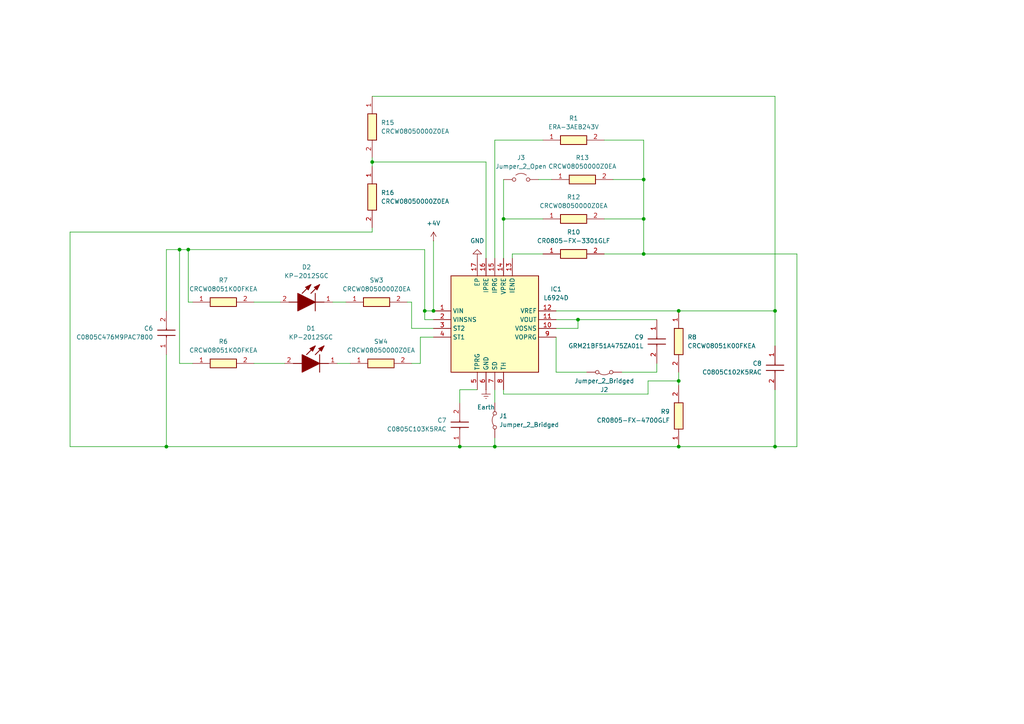
<source format=kicad_sch>
(kicad_sch (version 20231120) (generator "eeschema") (generator_version "8.0")
  (paper "A4")
  (lib_symbols
    (symbol "C2_C4_C8:C0805C102K5RAC" (pin_names hide)
      (property "Reference" "C" (at 8.89 6.35 0))
      (property "Value" "C0805C102K5RAC" (at 8.89 3.81 0))
      (symbol "C0805C102K5RAC_1_1"
        (polyline (pts (xy 5.08 0) (xy 5.588 0)) (stroke (width 0.254)))
        (polyline (pts (xy 5.588 2.54) (xy 5.588 -2.54)) (stroke (width 0.254)))
        (polyline (pts (xy 7.112 0) (xy 7.62 0)) (stroke (width 0.254)))
        (polyline (pts (xy 7.112 2.54) (xy 7.112 -2.54)) (stroke (width 0.254)))
        (pin passive line (at 0 0 0) (length 5.08) (name "1") (number "1"))
        (pin passive line (at 12.7 0 180) (length 5.08) (name "2") (number "2"))
      )
    )
    (symbol "C7:C0805C103K5RAC" (pin_names hide)
      (property "Reference" "C" (at 8.89 6.35 0))
      (property "Value" "C0805C103K5RAC" (at 8.89 3.81 0))
      (symbol "C0805C103K5RAC_1_1"
        (polyline (pts (xy 5.08 0) (xy 5.588 0)) (stroke (width 0.254)))
        (polyline (pts (xy 5.588 2.54) (xy 5.588 -2.54)) (stroke (width 0.254)))
        (polyline (pts (xy 7.112 0) (xy 7.62 0)) (stroke (width 0.254)))
        (polyline (pts (xy 7.112 2.54) (xy 7.112 -2.54)) (stroke (width 0.254)))
        (pin passive line (at 0 0 0) (length 5.08) (name "1") (number "1"))
        (pin passive line (at 12.7 0 180) (length 5.08) (name "2") (number "2"))
      )
    )
    (symbol "C9:GRM21BF51A475ZA01L" (pin_names hide)
      (property "Reference" "C" (at 8.89 6.35 0))
      (property "Value" "GRM21BF51A475ZA01L" (at 8.89 3.81 0))
      (symbol "GRM21BF51A475ZA01L_1_1"
        (polyline (pts (xy 5.08 0) (xy 5.588 0)) (stroke (width 0.254)))
        (polyline (pts (xy 5.588 2.54) (xy 5.588 -2.54)) (stroke (width 0.254)))
        (polyline (pts (xy 7.112 0) (xy 7.62 0)) (stroke (width 0.254)))
        (polyline (pts (xy 7.112 2.54) (xy 7.112 -2.54)) (stroke (width 0.254)))
        (pin passive line (at 0 0 0) (length 5.08) (name "1") (number "1"))
        (pin passive line (at 12.7 0 180) (length 5.08) (name "2") (number "2"))
      )
    )
    (symbol "Cin1_C6:C0805C476M9PAC7800" (pin_names hide)
      (property "Reference" "C" (at 8.89 6.35 0))
      (property "Value" "C0805C476M9PAC7800" (at 8.89 3.81 0))
      (symbol "C0805C476M9PAC7800_1_1"
        (polyline (pts (xy 5.08 0) (xy 5.588 0)) (stroke (width 0.254)))
        (polyline (pts (xy 5.588 2.54) (xy 5.588 -2.54)) (stroke (width 0.254)))
        (polyline (pts (xy 7.112 0) (xy 7.62 0)) (stroke (width 0.254)))
        (polyline (pts (xy 7.112 2.54) (xy 7.112 -2.54)) (stroke (width 0.254)))
        (pin passive line (at 0 0 0) (length 5.08) (name "1") (number "1"))
        (pin passive line (at 12.7 0 180) (length 5.08) (name "2") (number "2"))
      )
    )
    (symbol "D1_D2:KP-2012SGC" (pin_names hide)
      (property "Reference" "LED" (at 12.7 8.89 0))
      (property "Value" "KP-2012SGC" (at 12.7 6.35 0))
      (symbol "KP-2012SGC_1_1"
        (polyline (pts (xy 2.54 0) (xy 5.08 0)) (stroke (width 0.254)))
        (polyline (pts (xy 5.08 2.54) (xy 5.08 -2.54)) (stroke (width 0.254)))
        (polyline (pts (xy 6.35 2.54) (xy 3.81 5.08)) (stroke (width 0.254)))
        (polyline (pts (xy 8.89 2.54) (xy 6.35 5.08)) (stroke (width 0.254)))
        (polyline (pts (xy 10.16 0) (xy 12.7 0)) (stroke (width 0.254)))
        (polyline (pts (xy 5.08 0) (xy 10.16 2.54) (xy 10.16 -2.54) (xy 5.08 0)) (stroke (width 0.254)) (fill (type outline)))
        (polyline (pts (xy 5.334 4.318) (xy 4.572 3.556) (xy 3.81 5.08) (xy 5.334 4.318)) (stroke (width 0.254)) (fill (type outline)))
        (polyline (pts (xy 7.874 4.318) (xy 7.112 3.556) (xy 6.35 5.08) (xy 7.874 4.318)) (stroke (width 0.254)) (fill (type outline)))
        (pin passive line (at 0 0 0) (length 2.54) (name "K") (number "1"))
        (pin passive line (at 15.24 0 180) (length 2.54) (name "A") (number "2"))
      )
    )
    (symbol "Jumper:Jumper_2_Bridged" (pin_numbers hide) (pin_names (offset 0) hide) (exclude_from_sim yes)
      (property "Reference" "JP" (at 0 1.905 0))
      (property "Value" "Jumper_2_Bridged" (at 0 -2.54 0))
      (symbol "Jumper_2_Bridged_0_0"
        (circle (center -2.032 0) (radius 0.508))
        (circle (center 2.032 0) (radius 0.508))
      )
      (symbol "Jumper_2_Bridged_0_1"
        (arc (start 1.524 0.254) (mid 0 0.762) (end -1.524 0.254))
      )
      (symbol "Jumper_2_Bridged_1_1"
        (pin passive line (at -5.08 0 0) (length 2.54) (name "A") (number "1"))
        (pin passive line (at 5.08 0 180) (length 2.54) (name "B") (number "2"))
      )
    )
    (symbol "Jumper:Jumper_2_Open" (pin_numbers hide) (pin_names (offset 0) hide) (exclude_from_sim yes)
      (property "Reference" "JP" (at 0 2.794 0))
      (property "Value" "Jumper_2_Open" (at 0 -2.286 0))
      (symbol "Jumper_2_Open_0_0"
        (circle (center -2.032 0) (radius 0.508))
        (circle (center 2.032 0) (radius 0.508))
      )
      (symbol "Jumper_2_Open_0_1"
        (arc (start 1.524 1.27) (mid 0 1.778) (end -1.524 1.27))
      )
      (symbol "Jumper_2_Open_1_1"
        (pin passive line (at -5.08 0 0) (length 2.54) (name "A") (number "1"))
        (pin passive line (at 5.08 0 180) (length 2.54) (name "B") (number "2"))
      )
    )
    (symbol "L6924D:L6924D"
      (property "Reference" "IC" (at 31.75 15.24 0))
      (property "Value" "L6924D" (at 31.75 12.7 0))
      (symbol "L6924D_1_1"
        (rectangle (start 5.08 10.16) (end 30.48 -17.78) (stroke (width 0.254)) (fill (type background)))
        (pin passive line (at 0 0 0) (length 5.08) (name "VIN") (number "1"))
        (pin passive line (at 35.56 -5.08 180) (length 5.08) (name "VOSNS") (number "10"))
        (pin passive line (at 35.56 -2.54 180) (length 5.08) (name "VOUT") (number "11"))
        (pin passive line (at 35.56 0 180) (length 5.08) (name "VREF") (number "12"))
        (pin passive line (at 22.86 15.24 270) (length 5.08) (name "IEND") (number "13"))
        (pin passive line (at 20.32 15.24 270) (length 5.08) (name "VPRE") (number "14"))
        (pin passive line (at 17.78 15.24 270) (length 5.08) (name "IPRG") (number "15"))
        (pin passive line (at 15.24 15.24 270) (length 5.08) (name "IPRE") (number "16"))
        (pin passive line (at 12.7 15.24 270) (length 5.08) (name "EP") (number "17"))
        (pin passive line (at 0 -2.54 0) (length 5.08) (name "VINSNS") (number "2"))
        (pin passive line (at 0 -5.08 0) (length 5.08) (name "ST2") (number "3"))
        (pin passive line (at 0 -7.62 0) (length 5.08) (name "ST1") (number "4"))
        (pin passive line (at 12.7 -22.86 90) (length 5.08) (name "TPRG") (number "5"))
        (pin passive line (at 15.24 -22.86 90) (length 5.08) (name "GND") (number "6"))
        (pin passive line (at 17.78 -22.86 90) (length 5.08) (name "SD") (number "7"))
        (pin passive line (at 20.32 -22.86 90) (length 5.08) (name "TH") (number "8"))
        (pin passive line (at 35.56 -7.62 180) (length 5.08) (name "VOPRG") (number "9"))
      )
    )
    (symbol "R10:CR0805-FX-3301GLF" (pin_names hide)
      (property "Reference" "R" (at 13.97 6.35 0))
      (property "Value" "CR0805-FX-3301GLF" (at 13.97 3.81 0))
      (symbol "CR0805-FX-3301GLF_1_1"
        (rectangle (start 5.08 1.27) (end 12.7 -1.27) (stroke (width 0.254)) (fill (type background)))
        (pin passive line (at 0 0 0) (length 5.08) (name "1") (number "1"))
        (pin passive line (at 17.78 0 180) (length 5.08) (name "2") (number "2"))
      )
    )
    (symbol "R14:ERA-3AEB243V" (pin_names hide)
      (property "Reference" "R" (at 13.97 6.35 0))
      (property "Value" "ERA-3AEB243V" (at 13.97 3.81 0))
      (symbol "ERA-3AEB243V_1_1"
        (rectangle (start 5.08 1.27) (end 12.7 -1.27) (stroke (width 0.254)) (fill (type background)))
        (pin passive line (at 0 0 0) (length 5.08) (name "1") (number "1"))
        (pin passive line (at 17.78 0 180) (length 5.08) (name "2") (number "2"))
      )
    )
    (symbol "R3_RF1_RF2_R6_R7_R8:CRCW08051K00FKEA" (pin_names hide)
      (property "Reference" "R" (at 13.97 6.35 0))
      (property "Value" "CRCW08051K00FKEA" (at 13.97 3.81 0))
      (symbol "CRCW08051K00FKEA_1_1"
        (rectangle (start 5.08 1.27) (end 12.7 -1.27) (stroke (width 0.254)) (fill (type background)))
        (pin passive line (at 0 0 0) (length 5.08) (name "1") (number "1"))
        (pin passive line (at 17.78 0 180) (length 5.08) (name "2") (number "2"))
      )
    )
    (symbol "R5_SW3_SW4_VRS:CRCW08050000Z0EA" (pin_names hide)
      (property "Reference" "R" (at 13.97 6.35 0))
      (property "Value" "CRCW08050000Z0EA" (at 13.97 3.81 0))
      (symbol "CRCW08050000Z0EA_1_1"
        (rectangle (start 5.08 1.27) (end 12.7 -1.27) (stroke (width 0.254)) (fill (type background)))
        (pin passive line (at 0 0 0) (length 5.08) (name "1") (number "1"))
        (pin passive line (at 17.78 0 180) (length 5.08) (name "2") (number "2"))
      )
    )
    (symbol "R9:CR0805-FX-4700GLF" (pin_names hide)
      (property "Reference" "R" (at 13.97 6.35 0))
      (property "Value" "CR0805-FX-4700GLF" (at 13.97 3.81 0))
      (symbol "CR0805-FX-4700GLF_1_1"
        (rectangle (start 5.08 1.27) (end 12.7 -1.27) (stroke (width 0.254)) (fill (type background)))
        (pin passive line (at 0 0 0) (length 5.08) (name "1") (number "1"))
        (pin passive line (at 17.78 0 180) (length 5.08) (name "2") (number "2"))
      )
    )
    (symbol "power:+4V" (power) (pin_numbers hide) (pin_names (offset 0) hide)
      (property "Value" "+4V" (at 0 3.556 0))
      (symbol "+4V_0_1"
        (polyline (pts (xy -0.762 1.27) (xy 0 2.54)))
        (polyline (pts (xy 0 0) (xy 0 2.54)))
        (polyline (pts (xy 0 2.54) (xy 0.762 1.27)))
      )
      (symbol "+4V_1_1"
        (pin power_in line (at 0 0 90) (length 0) (name "~") (number "1"))
      )
    )
    (symbol "power:Earth" (power) (pin_numbers hide) (pin_names (offset 0) hide)
      (property "Value" "Earth" (at 0 -3.81 0))
      (symbol "Earth_0_1"
        (polyline (pts (xy -0.635 -1.905) (xy 0.635 -1.905)))
        (polyline (pts (xy -0.127 -2.54) (xy 0.127 -2.54)))
        (polyline (pts (xy 0 -1.27) (xy 0 0)))
        (polyline (pts (xy 1.27 -1.27) (xy -1.27 -1.27)))
      )
      (symbol "Earth_1_1"
        (pin power_in line (at 0 0 270) (length 0) (name "~") (number "1"))
      )
    )
    (symbol "power:GND" (power) (pin_numbers hide) (pin_names (offset 0) hide)
      (property "Value" "GND" (at 0 -3.81 0))
      (symbol "GND_0_1"
        (polyline (pts (xy 0 0) (xy 0 -1.27) (xy 1.27 -1.27) (xy 0 -2.54) (xy -1.27 -1.27) (xy 0 -1.27)))
      )
      (symbol "GND_1_1"
        (pin power_in line (at 0 0 270) (length 0) (name "~") (number "1"))
      )
    )
  )
  (junction (at 196.85 110.49))
  (junction (at 123.19 90.17))
  (junction (at 224.79 129.54))
  (junction (at 125.73 90.17))
  (junction (at 52.07 72.39))
  (junction (at 196.85 129.54))
  (junction (at 186.69 52.07))
  (junction (at 186.69 63.5))
  (junction (at 133.35 129.54))
  (junction (at 48.26 129.54))
  (junction (at 107.95 46.99))
  (junction (at 224.79 90.17))
  (junction (at 143.51 129.54))
  (junction (at 146.05 63.5))
  (junction (at 54.61 72.39))
  (junction (at 186.69 73.66))
  (junction (at 196.85 90.17))
  (junction (at 167.64 92.71))
  (wire (pts (xy 107.95 67.31) (xy 20.32 67.31)))
  (wire (pts (xy 187.96 110.49) (xy 187.96 114.3)))
  (wire (pts (xy 143.51 40.64) (xy 157.48 40.64)))
  (wire (pts (xy 97.79 105.41) (xy 101.6 105.41)))
  (wire (pts (xy 140.97 46.99) (xy 140.97 74.93)))
  (wire (pts (xy 143.51 113.03) (xy 143.51 116.84)))
  (wire (pts (xy 186.69 73.66) (xy 186.69 63.5)))
  (wire (pts (xy 96.52 87.63) (xy 100.33 87.63)))
  (wire (pts (xy 123.19 90.17) (xy 125.73 90.17)))
  (wire (pts (xy 133.35 116.84) (xy 133.35 113.03)))
  (wire (pts (xy 167.64 95.25) (xy 167.64 92.71)))
  (wire (pts (xy 20.32 67.31) (xy 20.32 129.54)))
  (wire (pts (xy 196.85 110.49) (xy 187.96 110.49)))
  (wire (pts (xy 123.19 72.39) (xy 54.61 72.39)))
  (wire (pts (xy 146.05 52.07) (xy 146.05 63.5)))
  (wire (pts (xy 170.18 107.95) (xy 161.29 107.95)))
  (wire (pts (xy 187.96 114.3) (xy 146.05 114.3)))
  (wire (pts (xy 20.32 129.54) (xy 48.26 129.54)))
  (wire (pts (xy 73.66 105.41) (xy 82.55 105.41)))
  (wire (pts (xy 190.5 107.95) (xy 190.5 105.41)))
  (wire (pts (xy 175.26 73.66) (xy 186.69 73.66)))
  (wire (pts (xy 107.95 45.72) (xy 107.95 46.99)))
  (wire (pts (xy 48.26 129.54) (xy 48.26 102.87)))
  (wire (pts (xy 55.88 105.41) (xy 52.07 105.41)))
  (wire (pts (xy 157.48 73.66) (xy 148.59 73.66)))
  (wire (pts (xy 177.8 52.07) (xy 186.69 52.07)))
  (wire (pts (xy 161.29 95.25) (xy 167.64 95.25)))
  (wire (pts (xy 107.95 27.94) (xy 224.79 27.94)))
  (wire (pts (xy 55.88 87.63) (xy 54.61 87.63)))
  (wire (pts (xy 125.73 92.71) (xy 123.19 92.71)))
  (wire (pts (xy 231.14 129.54) (xy 224.79 129.54)))
  (wire (pts (xy 119.38 87.63) (xy 119.38 95.25)))
  (wire (pts (xy 224.79 27.94) (xy 224.79 90.17)))
  (wire (pts (xy 123.19 90.17) (xy 123.19 72.39)))
  (wire (pts (xy 161.29 92.71) (xy 167.64 92.71)))
  (wire (pts (xy 143.51 127) (xy 143.51 129.54)))
  (wire (pts (xy 224.79 90.17) (xy 196.85 90.17)))
  (wire (pts (xy 196.85 107.95) (xy 196.85 110.49)))
  (wire (pts (xy 52.07 72.39) (xy 48.26 72.39)))
  (wire (pts (xy 146.05 63.5) (xy 157.48 63.5)))
  (wire (pts (xy 186.69 40.64) (xy 186.69 52.07)))
  (wire (pts (xy 161.29 107.95) (xy 161.29 97.79)))
  (wire (pts (xy 48.26 72.39) (xy 48.26 90.17)))
  (wire (pts (xy 133.35 113.03) (xy 138.43 113.03)))
  (wire (pts (xy 161.29 90.17) (xy 196.85 90.17)))
  (wire (pts (xy 121.92 105.41) (xy 121.92 97.79)))
  (wire (pts (xy 196.85 129.54) (xy 224.79 129.54)))
  (wire (pts (xy 107.95 67.31) (xy 107.95 66.04)))
  (wire (pts (xy 133.35 129.54) (xy 143.51 129.54)))
  (wire (pts (xy 180.34 107.95) (xy 190.5 107.95)))
  (wire (pts (xy 143.51 129.54) (xy 196.85 129.54)))
  (wire (pts (xy 54.61 72.39) (xy 52.07 72.39)))
  (wire (pts (xy 125.73 69.85) (xy 125.73 90.17)))
  (wire (pts (xy 140.97 46.99) (xy 107.95 46.99)))
  (wire (pts (xy 186.69 63.5) (xy 175.26 63.5)))
  (wire (pts (xy 123.19 92.71) (xy 123.19 90.17)))
  (wire (pts (xy 133.35 129.54) (xy 48.26 129.54)))
  (wire (pts (xy 107.95 46.99) (xy 107.95 48.26)))
  (wire (pts (xy 52.07 105.41) (xy 52.07 72.39)))
  (wire (pts (xy 143.51 74.93) (xy 143.51 40.64)))
  (wire (pts (xy 186.69 73.66) (xy 231.14 73.66)))
  (wire (pts (xy 73.66 87.63) (xy 81.28 87.63)))
  (wire (pts (xy 175.26 40.64) (xy 186.69 40.64)))
  (wire (pts (xy 148.59 73.66) (xy 148.59 74.93)))
  (wire (pts (xy 167.64 92.71) (xy 190.5 92.71)))
  (wire (pts (xy 146.05 63.5) (xy 146.05 74.93)))
  (wire (pts (xy 156.21 52.07) (xy 160.02 52.07)))
  (wire (pts (xy 224.79 129.54) (xy 224.79 113.03)))
  (wire (pts (xy 121.92 97.79) (xy 125.73 97.79)))
  (wire (pts (xy 146.05 114.3) (xy 146.05 113.03)))
  (wire (pts (xy 224.79 100.33) (xy 224.79 90.17)))
  (wire (pts (xy 231.14 73.66) (xy 231.14 129.54)))
  (wire (pts (xy 186.69 52.07) (xy 186.69 63.5)))
  (wire (pts (xy 196.85 110.49) (xy 196.85 111.76)))
  (wire (pts (xy 121.92 105.41) (xy 119.38 105.41)))
  (wire (pts (xy 118.11 87.63) (xy 119.38 87.63)))
  (wire (pts (xy 54.61 87.63) (xy 54.61 72.39)))
  (wire (pts (xy 119.38 95.25) (xy 125.73 95.25)))
  (symbol (lib_id "R5_SW3_SW4_VRS:CRCW08050000Z0EA") (at 107.95 27.94 270) (unit 1)
    (property "Reference" "R15" (at 110.49 35.5599 90) (effects (justify left)))
    (property "Value" "CRCW08050000Z0EA" (at 110.49 38.0999 90) (effects (justify left)))
    (property "Footprint" "R5_SW3_SW4_VRS:RESC2012X50N" (effects (hide yes)))
    (property "Datasheet" "http://www.vishay.com/docs/20035/dcrcwe3.pdf" (effects (hide yes)))
    (property "Description" "CRCW0805 Surface Mount Resistor, 0R0 Vishay CRCW Series Thick Film Surface Mount Resistor 0805 Case 0 1% 0.1W" (effects (hide yes)))
    (property "Height" "0.5" (effects (hide yes)))
    (property "Mouser Part Number" "71-CRCW0805-0-E3" (effects (hide yes)))
    (property "Mouser Price/Stock" "https://www.mouser.co.uk/ProductDetail/Vishay-Dale/CRCW08050000Z0EA?qs=waxnFHLl2hB4NcTp6tAQPA%3D%3D" (effects (hide yes)))
    (property "Manufacturer_Name" "Vishay" (effects (hide yes)))
    (property "Manufacturer_Part_Number" "CRCW08050000Z0EA" (effects (hide yes)))
  )
  (symbol (lib_id "R3_RF1_RF2_R6_R7_R8:CRCW08051K00FKEA") (at 196.85 90.17 270) (unit 1)
    (property "Reference" "R8" (at 199.39 97.7899 90) (effects (justify left)))
    (property "Value" "CRCW08051K00FKEA" (at 199.39 100.3299 90) (effects (justify left)))
    (property "Footprint" "R3_RF1_RF2_R6_R7_R8:RESC2012X50N" (effects (hide yes)))
    (property "Datasheet" "http://www.vishay.com/docs/20035/dcrcwe3.pdf" (effects (hide yes)))
    (property "Description" "Vishay CRCW Series Thick Film Surface Mount Resistor 0805 Case 1k +/-1% 0.125W +/-100ppm/C" (effects (hide yes)))
    (property "Height" "0.5" (effects (hide yes)))
    (property "Mouser Part Number" "71-CRCW0805-1.0K-E3" (effects (hide yes)))
    (property "Mouser Price/Stock" "https://www.mouser.co.uk/ProductDetail/Vishay-Dale/CRCW08051K00FKEA?qs=DZvKvnD5UYU3bClwFPa9DQ%3D%3D" (effects (hide yes)))
    (property "Manufacturer_Name" "Vishay" (effects (hide yes)))
    (property "Manufacturer_Part_Number" "CRCW08051K00FKEA" (effects (hide yes)))
  )
  (symbol (lib_id "D1_D2:KP-2012SGC") (at 96.52 87.63 0) (mirror y) (unit 1)
    (property "Reference" "D2" (at 88.9 77.47 0))
    (property "Value" "KP-2012SGC" (at 88.9 80.01 0))
    (property "Footprint" "D1_D2:LEDC2012X110N" (effects (hide yes)))
    (property "Datasheet" "https://datasheet.datasheetarchive.com/originals/distributors/Datasheets-16/DSA-309851.pdf" (effects (hide yes)))
    (property "Description" "Green 0805 clear chip-LED KP-2012SGC Kingbright KP-2012SGC Green LED, 568 nm, 2012 (0805), Rectangle Lens SMD Package" (effects (hide yes)))
    (property "Height" "1.1" (effects (hide yes)))
    (property "Manufacturer_Name" "Kingbright" (effects (hide yes)))
    (property "Manufacturer_Part_Number" "KP-2012SGC" (effects (hide yes)))
  )
  (symbol (lib_id "R5_SW3_SW4_VRS:CRCW08050000Z0EA") (at 157.48 63.5 0) (unit 1)
    (property "Reference" "R12" (at 166.37 57.15 0))
    (property "Value" "CRCW08050000Z0EA" (at 166.37 59.69 0))
    (property "Footprint" "R5_SW3_SW4_VRS:RESC2012X50N" (effects (hide yes)))
    (property "Datasheet" "http://www.vishay.com/docs/20035/dcrcwe3.pdf" (effects (hide yes)))
    (property "Description" "CRCW0805 Surface Mount Resistor, 0R0 Vishay CRCW Series Thick Film Surface Mount Resistor 0805 Case 0 1% 0.1W" (effects (hide yes)))
    (property "Height" "0.5" (effects (hide yes)))
    (property "Mouser Part Number" "71-CRCW0805-0-E3" (effects (hide yes)))
    (property "Mouser Price/Stock" "https://www.mouser.co.uk/ProductDetail/Vishay-Dale/CRCW08050000Z0EA?qs=waxnFHLl2hB4NcTp6tAQPA%3D%3D" (effects (hide yes)))
    (property "Manufacturer_Name" "Vishay" (effects (hide yes)))
    (property "Manufacturer_Part_Number" "CRCW08050000Z0EA" (effects (hide yes)))
  )
  (symbol (lib_id "Jumper:Jumper_2_Open") (at 151.13 52.07 0) (unit 1) (exclude_from_sim yes)
    (property "Reference" "J3" (at 151.13 45.72 0))
    (property "Value" "Jumper_2_Open" (at 151.13 48.26 0))
    (property "Footprint" "Jumper:SolderJumper-2_P1.3mm_Open_Pad1.0x1.5mm" (effects (hide yes)))
    (property "Description" "Jumper, 2-pole, open" (effects (hide yes)))
  )
  (symbol (lib_id "power:+4V") (at 125.73 69.85 0) (unit 1)
    (property "Reference" "#PWR03" (effects (hide yes)))
    (property "Value" "+4V" (at 125.73 64.77 0))
    (property "Description" "Power symbol creates a global label with name \"+4V\"" (effects (hide yes)))
  )
  (symbol (lib_id "R5_SW3_SW4_VRS:CRCW08050000Z0EA") (at 100.33 87.63 0) (unit 1)
    (property "Reference" "SW3" (at 109.22 81.28 0))
    (property "Value" "CRCW08050000Z0EA" (at 109.22 83.82 0))
    (property "Footprint" "R5_SW3_SW4_VRS:RESC2012X50N" (effects (hide yes)))
    (property "Datasheet" "http://www.vishay.com/docs/20035/dcrcwe3.pdf" (effects (hide yes)))
    (property "Description" "CRCW0805 Surface Mount Resistor, 0R0 Vishay CRCW Series Thick Film Surface Mount Resistor 0805 Case 0 1% 0.1W" (effects (hide yes)))
    (property "Height" "0.5" (effects (hide yes)))
    (property "Mouser Part Number" "71-CRCW0805-0-E3" (effects (hide yes)))
    (property "Mouser Price/Stock" "https://www.mouser.co.uk/ProductDetail/Vishay-Dale/CRCW08050000Z0EA?qs=waxnFHLl2hB4NcTp6tAQPA%3D%3D" (effects (hide yes)))
    (property "Manufacturer_Name" "Vishay" (effects (hide yes)))
    (property "Manufacturer_Part_Number" "CRCW08050000Z0EA" (effects (hide yes)))
  )
  (symbol (lib_id "Cin1_C6:C0805C476M9PAC7800") (at 48.26 102.87 270) (mirror x) (unit 1)
    (property "Reference" "C6" (at 44.45 95.2499 90) (effects (justify right)))
    (property "Value" "C0805C476M9PAC7800" (at 44.45 97.7899 90) (effects (justify right)))
    (property "Footprint" "Cin1_C6:CAPC2012X145N" (effects (hide yes)))
    (property "Datasheet" "https://connect.kemet.com:7667/gateway/IntelliData-ComponentDocumentation/1.0/download/specsheet/C0805C476M9PACTU" (effects (hide yes)))
    (property "Description" "Multilayer Ceramic Capacitors MLCC - SMD/SMT 6.3volts 47uF 20% X5R" (effects (hide yes)))
    (property "Height" "1.45" (effects (hide yes)))
    (property "Mouser Part Number" "80-C0805C476M9P7800" (effects (hide yes)))
    (property "Mouser Price/Stock" "https://www.mouser.co.uk/ProductDetail/KEMET/C0805C476M9PAC7800?qs=xL%2FyUNPmvLY2BGnZa3AdBg%3D%3D" (effects (hide yes)))
    (property "Manufacturer_Name" "KEMET" (effects (hide yes)))
    (property "Manufacturer_Part_Number" "C0805C476M9PAC7800" (effects (hide yes)))
  )
  (symbol (lib_id "C9:GRM21BF51A475ZA01L") (at 190.5 92.71 90) (mirror x) (unit 1)
    (property "Reference" "C9" (at 186.69 97.7899 90) (effects (justify left)))
    (property "Value" "GRM21BF51A475ZA01L" (at 186.69 100.3299 90) (effects (justify left)))
    (property "Footprint" "C9:CAPC2012X145N" (effects (hide yes)))
    (property "Datasheet" "https://componentsearchengine.com/Datasheets/1/GRM21BF51A475ZA01L.pdf" (effects (hide yes)))
    (property "Description" "Murata 4.7uF 10 V dc Y5V Dielectric SMD Ceramic Multilayer Capacitor 0805" (effects (hide yes)))
    (property "Height" "1.45" (effects (hide yes)))
    (property "Mouser Part Number" "81-GRM40Y5V475Z010AL" (effects (hide yes)))
    (property "Mouser Price/Stock" "https://www.mouser.com/Search/Refine.aspx?Keyword=81-GRM40Y5V475Z010AL" (effects (hide yes)))
    (property "Manufacturer_Name" "Murata Electronics" (effects (hide yes)))
    (property "Manufacturer_Part_Number" "GRM21BF51A475ZA01L" (effects (hide yes)))
  )
  (symbol (lib_id "D1_D2:KP-2012SGC") (at 97.79 105.41 0) (mirror y) (unit 1)
    (property "Reference" "D1" (at 90.17 95.25 0))
    (property "Value" "KP-2012SGC" (at 90.17 97.79 0))
    (property "Footprint" "D1_D2:LEDC2012X110N" (effects (hide yes)))
    (property "Datasheet" "https://datasheet.datasheetarchive.com/originals/distributors/Datasheets-16/DSA-309851.pdf" (effects (hide yes)))
    (property "Description" "Green 0805 clear chip-LED KP-2012SGC Kingbright KP-2012SGC Green LED, 568 nm, 2012 (0805), Rectangle Lens SMD Package" (effects (hide yes)))
    (property "Height" "1.1" (effects (hide yes)))
    (property "Manufacturer_Name" "Kingbright" (effects (hide yes)))
    (property "Manufacturer_Part_Number" "KP-2012SGC" (effects (hide yes)))
  )
  (symbol (lib_id "R10:CR0805-FX-3301GLF") (at 157.48 73.66 0) (unit 1)
    (property "Reference" "R10" (at 166.37 67.31 0))
    (property "Value" "CR0805-FX-3301GLF" (at 166.37 69.85 0))
    (property "Footprint" "R10:RESC2012X60N" (effects (hide yes)))
    (property "Datasheet" "https://www.bourns.com/pdfs/chpreztr.pdf" (effects (hide yes)))
    (property "Description" "SMD 0805 thick film resistor 3K3 1% Bourns CR0805-FX Series Thick Film Surface Mount Fixed Resistor 0805 Case 3.3k +/-1% 0.125W +/-100ppm/C" (effects (hide yes)))
    (property "Height" "0.6" (effects (hide yes)))
    (property "Mouser Part Number" "652-CR0805-FX3301GLF" (effects (hide yes)))
    (property "Mouser Price/Stock" "https://www.mouser.co.uk/ProductDetail/Bourns/CR0805-FX-3301GLF?qs=4vGXhLEMbUzLZ0nTZ9yabA%3D%3D" (effects (hide yes)))
    (property "Manufacturer_Name" "Bourns" (effects (hide yes)))
    (property "Manufacturer_Part_Number" "CR0805-FX-3301GLF" (effects (hide yes)))
  )
  (symbol (lib_id "R5_SW3_SW4_VRS:CRCW08050000Z0EA") (at 160.02 52.07 0) (unit 1)
    (property "Reference" "R13" (at 168.91 45.72 0))
    (property "Value" "CRCW08050000Z0EA" (at 168.91 48.26 0))
    (property "Footprint" "R5_SW3_SW4_VRS:RESC2012X50N" (effects (hide yes)))
    (property "Datasheet" "http://www.vishay.com/docs/20035/dcrcwe3.pdf" (effects (hide yes)))
    (property "Description" "CRCW0805 Surface Mount Resistor, 0R0 Vishay CRCW Series Thick Film Surface Mount Resistor 0805 Case 0 1% 0.1W" (effects (hide yes)))
    (property "Height" "0.5" (effects (hide yes)))
    (property "Mouser Part Number" "71-CRCW0805-0-E3" (effects (hide yes)))
    (property "Mouser Price/Stock" "https://www.mouser.co.uk/ProductDetail/Vishay-Dale/CRCW08050000Z0EA?qs=waxnFHLl2hB4NcTp6tAQPA%3D%3D" (effects (hide yes)))
    (property "Manufacturer_Name" "Vishay" (effects (hide yes)))
    (property "Manufacturer_Part_Number" "CRCW08050000Z0EA" (effects (hide yes)))
  )
  (symbol (lib_id "Jumper:Jumper_2_Bridged") (at 143.51 121.92 90) (unit 1) (exclude_from_sim yes)
    (property "Reference" "J1" (at 144.78 120.6499 90) (effects (justify right)))
    (property "Value" "Jumper_2_Bridged" (at 144.78 123.1899 90) (effects (justify right)))
    (property "Footprint" "Jumper:SolderJumper-2_P1.3mm_Bridged2Bar_Pad1.0x1.5mm" (effects (hide yes)))
    (property "Description" "Jumper, 2-pole, closed/bridged" (effects (hide yes)))
  )
  (symbol (lib_id "R5_SW3_SW4_VRS:CRCW08050000Z0EA") (at 107.95 48.26 270) (unit 1)
    (property "Reference" "R16" (at 110.49 55.8799 90) (effects (justify left)))
    (property "Value" "CRCW08050000Z0EA" (at 110.49 58.4199 90) (effects (justify left)))
    (property "Footprint" "R5_SW3_SW4_VRS:RESC2012X50N" (effects (hide yes)))
    (property "Datasheet" "http://www.vishay.com/docs/20035/dcrcwe3.pdf" (effects (hide yes)))
    (property "Description" "CRCW0805 Surface Mount Resistor, 0R0 Vishay CRCW Series Thick Film Surface Mount Resistor 0805 Case 0 1% 0.1W" (effects (hide yes)))
    (property "Height" "0.5" (effects (hide yes)))
    (property "Mouser Part Number" "71-CRCW0805-0-E3" (effects (hide yes)))
    (property "Mouser Price/Stock" "https://www.mouser.co.uk/ProductDetail/Vishay-Dale/CRCW08050000Z0EA?qs=waxnFHLl2hB4NcTp6tAQPA%3D%3D" (effects (hide yes)))
    (property "Manufacturer_Name" "Vishay" (effects (hide yes)))
    (property "Manufacturer_Part_Number" "CRCW08050000Z0EA" (effects (hide yes)))
  )
  (symbol (lib_id "R3_RF1_RF2_R6_R7_R8:CRCW08051K00FKEA") (at 55.88 105.41 0) (unit 1)
    (property "Reference" "R6" (at 64.77 99.06 0))
    (property "Value" "CRCW08051K00FKEA" (at 64.77 101.6 0))
    (property "Footprint" "R3_RF1_RF2_R6_R7_R8:RESC2012X50N" (effects (hide yes)))
    (property "Datasheet" "http://www.vishay.com/docs/20035/dcrcwe3.pdf" (effects (hide yes)))
    (property "Description" "Vishay CRCW Series Thick Film Surface Mount Resistor 0805 Case 1k +/-1% 0.125W +/-100ppm/C" (effects (hide yes)))
    (property "Height" "0.5" (effects (hide yes)))
    (property "Mouser Part Number" "71-CRCW0805-1.0K-E3" (effects (hide yes)))
    (property "Mouser Price/Stock" "https://www.mouser.co.uk/ProductDetail/Vishay-Dale/CRCW08051K00FKEA?qs=DZvKvnD5UYU3bClwFPa9DQ%3D%3D" (effects (hide yes)))
    (property "Manufacturer_Name" "Vishay" (effects (hide yes)))
    (property "Manufacturer_Part_Number" "CRCW08051K00FKEA" (effects (hide yes)))
  )
  (symbol (lib_id "power:Earth") (at 140.97 113.03 0) (unit 1)
    (property "Reference" "#PWR02" (effects (hide yes)))
    (property "Value" "Earth" (at 140.97 118.11 0))
    (property "Description" "Power symbol creates a global label with name \"Earth\"" (effects (hide yes)))
  )
  (symbol (lib_id "power:GND") (at 138.43 74.93 180) (unit 1)
    (property "Reference" "#PWR01" (effects (hide yes)))
    (property "Value" "GND" (at 138.43 69.85 0))
    (property "Description" "Power symbol creates a global label with name \"GND\" , ground" (effects (hide yes)))
  )
  (symbol (lib_id "R14:ERA-3AEB243V") (at 157.48 40.64 0) (unit 1)
    (property "Reference" "R1" (at 166.37 34.29 0))
    (property "Value" "ERA-3AEB243V" (at 166.37 36.83 0))
    (property "Footprint" "R14:ERA3AEB101V" (effects (hide yes)))
    (property "Datasheet" "https://industrial.panasonic.com/cdbs/www-data/pdf/RDM0000/AOA0000C307.pdf" (effects (hide yes)))
    (property "Description" "Metal Thin Film Chip Resistor, 0603, 0.1W" (effects (hide yes)))
    (property "Height" "0.55" (effects (hide yes)))
    (property "Mouser Part Number" "667-ERA-3AEB243V" (effects (hide yes)))
    (property "Mouser Price/Stock" "https://www.mouser.co.uk/ProductDetail/Panasonic/ERA-3AEB243V?qs=bHJq1HQHzUi9RRBvvNlJYw%3D%3D" (effects (hide yes)))
    (property "Manufacturer_Name" "Panasonic" (effects (hide yes)))
    (property "Manufacturer_Part_Number" "ERA-3AEB243V" (effects (hide yes)))
  )
  (symbol (lib_id "C2_C4_C8:C0805C102K5RAC") (at 224.79 100.33 90) (mirror x) (unit 1)
    (property "Reference" "C8" (at 220.98 105.4099 90) (effects (justify left)))
    (property "Value" "C0805C102K5RAC" (at 220.98 107.9499 90) (effects (justify left)))
    (property "Footprint" "C2_C4_C8:CAPC2012X88N" (effects (hide yes)))
    (property "Datasheet" "https://componentsearchengine.com/Datasheets/1/C0805C102K5RAC.pdf" (effects (hide yes)))
    (property "Description" "Multilayer Ceramic Capacitors MLCC - SMD/SMT 50V 1000pF X7R 0805 10%" (effects (hide yes)))
    (property "Height" "0.88" (effects (hide yes)))
    (property "Mouser Part Number" "80-C0805C102K5RAC" (effects (hide yes)))
    (property "Mouser Price/Stock" "https://www.mouser.co.uk/ProductDetail/KEMET/C0805C102K5RAC?qs=ycq5i98tC2kYQr%252B2L41ubQ%3D%3D" (effects (hide yes)))
    (property "Manufacturer_Name" "KEMET" (effects (hide yes)))
    (property "Manufacturer_Part_Number" "C0805C102K5RAC" (effects (hide yes)))
  )
  (symbol (lib_id "R5_SW3_SW4_VRS:CRCW08050000Z0EA") (at 101.6 105.41 0) (unit 1)
    (property "Reference" "SW4" (at 110.49 99.06 0))
    (property "Value" "CRCW08050000Z0EA" (at 110.49 101.6 0))
    (property "Footprint" "R5_SW3_SW4_VRS:RESC2012X50N" (effects (hide yes)))
    (property "Datasheet" "http://www.vishay.com/docs/20035/dcrcwe3.pdf" (effects (hide yes)))
    (property "Description" "CRCW0805 Surface Mount Resistor, 0R0 Vishay CRCW Series Thick Film Surface Mount Resistor 0805 Case 0 1% 0.1W" (effects (hide yes)))
    (property "Height" "0.5" (effects (hide yes)))
    (property "Mouser Part Number" "71-CRCW0805-0-E3" (effects (hide yes)))
    (property "Mouser Price/Stock" "https://www.mouser.co.uk/ProductDetail/Vishay-Dale/CRCW08050000Z0EA?qs=waxnFHLl2hB4NcTp6tAQPA%3D%3D" (effects (hide yes)))
    (property "Manufacturer_Name" "Vishay" (effects (hide yes)))
    (property "Manufacturer_Part_Number" "CRCW08050000Z0EA" (effects (hide yes)))
  )
  (symbol (lib_id "L6924D:L6924D") (at 125.73 90.17 0) (unit 1)
    (property "Reference" "IC1" (at 161.29 83.8514 0))
    (property "Value" "L6924D" (at 161.29 86.3914 0))
    (property "Footprint" "L6924D:QFN50P300X300X100-17N-D" (effects (hide yes)))
    (property "Datasheet" "http://www.st.com/st-web-ui/static/active/en/resource/technical/document/datasheet/CD00079821.pdf" (effects (hide yes)))
    (property "Description" "L6924D, Battery Charge Controller, Lithium-Ion, Lithium-Polymer, 16-Pin VFQFPN" (effects (hide yes)))
    (property "Height" "1" (effects (hide yes)))
    (property "Manufacturer_Name" "STMicroelectronics" (effects (hide yes)))
    (property "Manufacturer_Part_Number" "L6924D" (effects (hide yes)))
    (property "Mouser Part Number" "511-L6924D" (effects (hide yes)))
    (property "Mouser Price/Stock" "https://www.mouser.co.uk/ProductDetail/STMicroelectronics/L6924D?qs=riAxU6JNBCurDvJ0HuYhNA%3D%3D" (effects (hide yes)))
  )
  (symbol (lib_id "R9:CR0805-FX-4700GLF") (at 196.85 129.54 270) (mirror x) (unit 1)
    (property "Reference" "R9" (at 194.31 119.3799 90) (effects (justify right)))
    (property "Value" "CR0805-FX-4700GLF" (at 194.31 121.9199 90) (effects (justify right)))
    (property "Footprint" "R9:RESC2012X60N" (effects (hide yes)))
    (property "Datasheet" "https://componentsearchengine.com/Datasheets/1/CR0805-FX-4700GLF.pdf" (effects (hide yes)))
    (property "Description" "SMD 0805 thick film resistor 470R 1% Bourns CR0805-FX Series Thick Film Surface Mount Fixed Resistor 0805 Case 470 +/-1% 0.125W +/-100ppm/C" (effects (hide yes)))
    (property "Height" "0.6" (effects (hide yes)))
    (property "Mouser Part Number" "652-CR0805-FX4700GLF" (effects (hide yes)))
    (property "Mouser Price/Stock" "https://www.mouser.com/Search/Refine.aspx?Keyword=652-CR0805-FX4700GLF" (effects (hide yes)))
    (property "Manufacturer_Name" "Bourns" (effects (hide yes)))
    (property "Manufacturer_Part_Number" "CR0805-FX-4700GLF" (effects (hide yes)))
  )
  (symbol (lib_id "R3_RF1_RF2_R6_R7_R8:CRCW08051K00FKEA") (at 55.88 87.63 0) (unit 1)
    (property "Reference" "R7" (at 64.77 81.28 0))
    (property "Value" "CRCW08051K00FKEA" (at 64.77 83.82 0))
    (property "Footprint" "R3_RF1_RF2_R6_R7_R8:RESC2012X50N" (effects (hide yes)))
    (property "Datasheet" "http://www.vishay.com/docs/20035/dcrcwe3.pdf" (effects (hide yes)))
    (property "Description" "Vishay CRCW Series Thick Film Surface Mount Resistor 0805 Case 1k +/-1% 0.125W +/-100ppm/C" (effects (hide yes)))
    (property "Height" "0.5" (effects (hide yes)))
    (property "Mouser Part Number" "71-CRCW0805-1.0K-E3" (effects (hide yes)))
    (property "Mouser Price/Stock" "https://www.mouser.co.uk/ProductDetail/Vishay-Dale/CRCW08051K00FKEA?qs=DZvKvnD5UYU3bClwFPa9DQ%3D%3D" (effects (hide yes)))
    (property "Manufacturer_Name" "Vishay" (effects (hide yes)))
    (property "Manufacturer_Part_Number" "CRCW08051K00FKEA" (effects (hide yes)))
  )
  (symbol (lib_id "C7:C0805C103K5RAC") (at 133.35 129.54 270) (mirror x) (unit 1)
    (property "Reference" "C7" (at 129.54 121.9199 90) (effects (justify right)))
    (property "Value" "C0805C103K5RAC" (at 129.54 124.4599 90) (effects (justify right)))
    (property "Footprint" "C7:CAPC2012X88N" (effects (hide yes)))
    (property "Datasheet" "https://componentsearchengine.com/Datasheets/1/C0805C103K5RAC.pdf" (effects (hide yes)))
    (property "Description" "Multilayer Ceramic Capacitors MLCC - SMD/SMT 50V 0.01uF X7R 0805 10%" (effects (hide yes)))
    (property "Height" "0.88" (effects (hide yes)))
    (property "Mouser Part Number" "80-C0805C103K5RAC" (effects (hide yes)))
    (property "Mouser Price/Stock" "https://www.mouser.co.uk/ProductDetail/KEMET/C0805C103K5RAC?qs=cw4evkOYbeI1s899dKoNKg%3D%3D" (effects (hide yes)))
    (property "Manufacturer_Name" "KEMET" (effects (hide yes)))
    (property "Manufacturer_Part_Number" "C0805C103K5RAC" (effects (hide yes)))
  )
  (symbol (lib_id "Jumper:Jumper_2_Bridged") (at 175.26 107.95 0) (mirror x) (unit 1) (exclude_from_sim yes)
    (property "Reference" "J2" (at 175.26 113.03 0))
    (property "Value" "Jumper_2_Bridged" (at 175.26 110.49 0))
    (property "Footprint" "Jumper:SolderJumper-2_P1.3mm_Bridged2Bar_Pad1.0x1.5mm" (effects (hide yes)))
    (property "Description" "Jumper, 2-pole, closed/bridged" (effects (hide yes)))
  )
)
</source>
